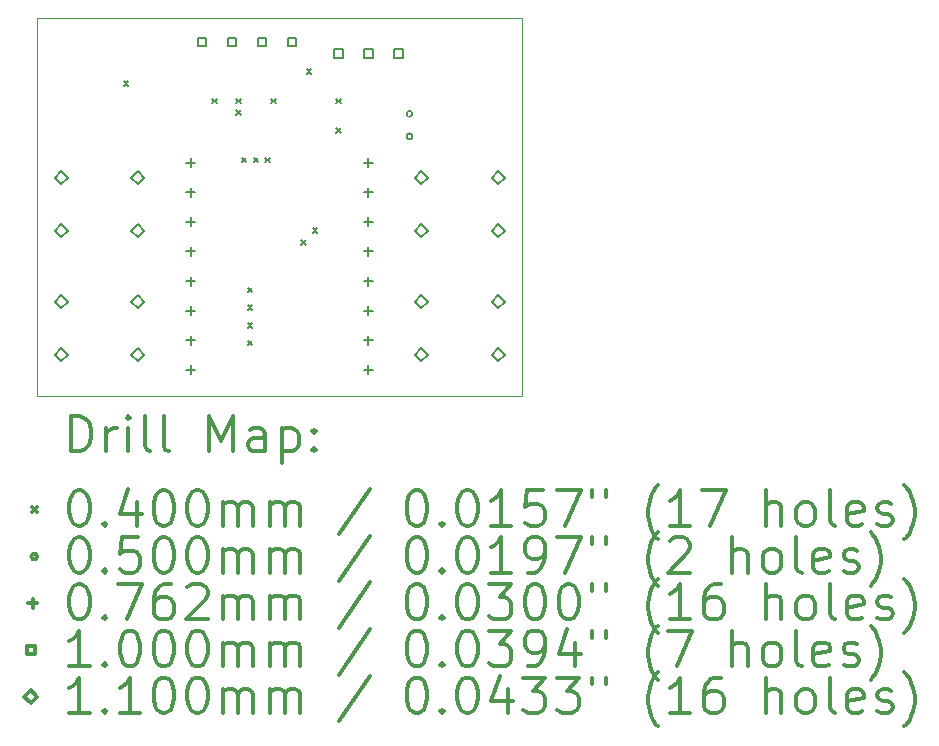
<source format=gbr>
%FSLAX45Y45*%
G04 Gerber Fmt 4.5, Leading zero omitted, Abs format (unit mm)*
G04 Created by KiCad (PCBNEW 5.1.10) date 2021-12-26 14:38:26*
%MOMM*%
%LPD*%
G01*
G04 APERTURE LIST*
%TA.AperFunction,Profile*%
%ADD10C,0.050000*%
%TD*%
%ADD11C,0.200000*%
%ADD12C,0.300000*%
G04 APERTURE END LIST*
D10*
X11800000Y-9300000D02*
X11800000Y-12500000D01*
X15900000Y-9300000D02*
X11800000Y-9300000D01*
X15900000Y-12500000D02*
X15900000Y-9300000D01*
X11800000Y-12500000D02*
X15900000Y-12500000D01*
D11*
X12530000Y-9830000D02*
X12570000Y-9870000D01*
X12570000Y-9830000D02*
X12530000Y-9870000D01*
X13280000Y-9980000D02*
X13320000Y-10020000D01*
X13320000Y-9980000D02*
X13280000Y-10020000D01*
X13480000Y-9980000D02*
X13520000Y-10020000D01*
X13520000Y-9980000D02*
X13480000Y-10020000D01*
X13480000Y-10080000D02*
X13520000Y-10120000D01*
X13520000Y-10080000D02*
X13480000Y-10120000D01*
X13530000Y-10480000D02*
X13570000Y-10520000D01*
X13570000Y-10480000D02*
X13530000Y-10520000D01*
X13580000Y-11580000D02*
X13620000Y-11620000D01*
X13620000Y-11580000D02*
X13580000Y-11620000D01*
X13580000Y-11730000D02*
X13620000Y-11770000D01*
X13620000Y-11730000D02*
X13580000Y-11770000D01*
X13580000Y-11880000D02*
X13620000Y-11920000D01*
X13620000Y-11880000D02*
X13580000Y-11920000D01*
X13580000Y-12030000D02*
X13620000Y-12070000D01*
X13620000Y-12030000D02*
X13580000Y-12070000D01*
X13630000Y-10480000D02*
X13670000Y-10520000D01*
X13670000Y-10480000D02*
X13630000Y-10520000D01*
X13730000Y-10480000D02*
X13770000Y-10520000D01*
X13770000Y-10480000D02*
X13730000Y-10520000D01*
X13780000Y-9980000D02*
X13820000Y-10020000D01*
X13820000Y-9980000D02*
X13780000Y-10020000D01*
X14030000Y-11180000D02*
X14070000Y-11220000D01*
X14070000Y-11180000D02*
X14030000Y-11220000D01*
X14080000Y-9730000D02*
X14120000Y-9770000D01*
X14120000Y-9730000D02*
X14080000Y-9770000D01*
X14130000Y-11080000D02*
X14170000Y-11120000D01*
X14170000Y-11080000D02*
X14130000Y-11120000D01*
X14330000Y-9980000D02*
X14370000Y-10020000D01*
X14370000Y-9980000D02*
X14330000Y-10020000D01*
X14330000Y-10230000D02*
X14370000Y-10270000D01*
X14370000Y-10230000D02*
X14330000Y-10270000D01*
X14975000Y-10110000D02*
G75*
G03*
X14975000Y-10110000I-25000J0D01*
G01*
X14975000Y-10300000D02*
G75*
G03*
X14975000Y-10300000I-25000J0D01*
G01*
X13100000Y-10486900D02*
X13100000Y-10563100D01*
X13061900Y-10525000D02*
X13138100Y-10525000D01*
X13100000Y-10736900D02*
X13100000Y-10813100D01*
X13061900Y-10775000D02*
X13138100Y-10775000D01*
X13100000Y-10986900D02*
X13100000Y-11063100D01*
X13061900Y-11025000D02*
X13138100Y-11025000D01*
X13100000Y-11236900D02*
X13100000Y-11313100D01*
X13061900Y-11275000D02*
X13138100Y-11275000D01*
X13100000Y-11486900D02*
X13100000Y-11563100D01*
X13061900Y-11525000D02*
X13138100Y-11525000D01*
X13100000Y-11736900D02*
X13100000Y-11813100D01*
X13061900Y-11775000D02*
X13138100Y-11775000D01*
X13100000Y-11986900D02*
X13100000Y-12063100D01*
X13061900Y-12025000D02*
X13138100Y-12025000D01*
X13100000Y-12236900D02*
X13100000Y-12313100D01*
X13061900Y-12275000D02*
X13138100Y-12275000D01*
X14600000Y-10486900D02*
X14600000Y-10563100D01*
X14561900Y-10525000D02*
X14638100Y-10525000D01*
X14600000Y-10736900D02*
X14600000Y-10813100D01*
X14561900Y-10775000D02*
X14638100Y-10775000D01*
X14600000Y-10986900D02*
X14600000Y-11063100D01*
X14561900Y-11025000D02*
X14638100Y-11025000D01*
X14600000Y-11236900D02*
X14600000Y-11313100D01*
X14561900Y-11275000D02*
X14638100Y-11275000D01*
X14600000Y-11486900D02*
X14600000Y-11563100D01*
X14561900Y-11525000D02*
X14638100Y-11525000D01*
X14600000Y-11736900D02*
X14600000Y-11813100D01*
X14561900Y-11775000D02*
X14638100Y-11775000D01*
X14600000Y-11986900D02*
X14600000Y-12063100D01*
X14561900Y-12025000D02*
X14638100Y-12025000D01*
X14600000Y-12236900D02*
X14600000Y-12313100D01*
X14561900Y-12275000D02*
X14638100Y-12275000D01*
X13231356Y-9535356D02*
X13231356Y-9464644D01*
X13160644Y-9464644D01*
X13160644Y-9535356D01*
X13231356Y-9535356D01*
X13485356Y-9535356D02*
X13485356Y-9464644D01*
X13414644Y-9464644D01*
X13414644Y-9535356D01*
X13485356Y-9535356D01*
X13739356Y-9535356D02*
X13739356Y-9464644D01*
X13668644Y-9464644D01*
X13668644Y-9535356D01*
X13739356Y-9535356D01*
X13993356Y-9535356D02*
X13993356Y-9464644D01*
X13922644Y-9464644D01*
X13922644Y-9535356D01*
X13993356Y-9535356D01*
X14385356Y-9635356D02*
X14385356Y-9564644D01*
X14314644Y-9564644D01*
X14314644Y-9635356D01*
X14385356Y-9635356D01*
X14639356Y-9635356D02*
X14639356Y-9564644D01*
X14568644Y-9564644D01*
X14568644Y-9635356D01*
X14639356Y-9635356D01*
X14893356Y-9635356D02*
X14893356Y-9564644D01*
X14822644Y-9564644D01*
X14822644Y-9635356D01*
X14893356Y-9635356D01*
X12000000Y-10705000D02*
X12055000Y-10650000D01*
X12000000Y-10595000D01*
X11945000Y-10650000D01*
X12000000Y-10705000D01*
X12000000Y-11155000D02*
X12055000Y-11100000D01*
X12000000Y-11045000D01*
X11945000Y-11100000D01*
X12000000Y-11155000D01*
X12000000Y-11755000D02*
X12055000Y-11700000D01*
X12000000Y-11645000D01*
X11945000Y-11700000D01*
X12000000Y-11755000D01*
X12000000Y-12205000D02*
X12055000Y-12150000D01*
X12000000Y-12095000D01*
X11945000Y-12150000D01*
X12000000Y-12205000D01*
X12650000Y-10705000D02*
X12705000Y-10650000D01*
X12650000Y-10595000D01*
X12595000Y-10650000D01*
X12650000Y-10705000D01*
X12650000Y-11155000D02*
X12705000Y-11100000D01*
X12650000Y-11045000D01*
X12595000Y-11100000D01*
X12650000Y-11155000D01*
X12650000Y-11755000D02*
X12705000Y-11700000D01*
X12650000Y-11645000D01*
X12595000Y-11700000D01*
X12650000Y-11755000D01*
X12650000Y-12205000D02*
X12705000Y-12150000D01*
X12650000Y-12095000D01*
X12595000Y-12150000D01*
X12650000Y-12205000D01*
X15050000Y-10705000D02*
X15105000Y-10650000D01*
X15050000Y-10595000D01*
X14995000Y-10650000D01*
X15050000Y-10705000D01*
X15050000Y-11155000D02*
X15105000Y-11100000D01*
X15050000Y-11045000D01*
X14995000Y-11100000D01*
X15050000Y-11155000D01*
X15050000Y-11755000D02*
X15105000Y-11700000D01*
X15050000Y-11645000D01*
X14995000Y-11700000D01*
X15050000Y-11755000D01*
X15050000Y-12205000D02*
X15105000Y-12150000D01*
X15050000Y-12095000D01*
X14995000Y-12150000D01*
X15050000Y-12205000D01*
X15700000Y-10705000D02*
X15755000Y-10650000D01*
X15700000Y-10595000D01*
X15645000Y-10650000D01*
X15700000Y-10705000D01*
X15700000Y-11155000D02*
X15755000Y-11100000D01*
X15700000Y-11045000D01*
X15645000Y-11100000D01*
X15700000Y-11155000D01*
X15700000Y-11755000D02*
X15755000Y-11700000D01*
X15700000Y-11645000D01*
X15645000Y-11700000D01*
X15700000Y-11755000D01*
X15700000Y-12205000D02*
X15755000Y-12150000D01*
X15700000Y-12095000D01*
X15645000Y-12150000D01*
X15700000Y-12205000D01*
D12*
X12083928Y-12968214D02*
X12083928Y-12668214D01*
X12155357Y-12668214D01*
X12198214Y-12682500D01*
X12226786Y-12711071D01*
X12241071Y-12739643D01*
X12255357Y-12796786D01*
X12255357Y-12839643D01*
X12241071Y-12896786D01*
X12226786Y-12925357D01*
X12198214Y-12953929D01*
X12155357Y-12968214D01*
X12083928Y-12968214D01*
X12383928Y-12968214D02*
X12383928Y-12768214D01*
X12383928Y-12825357D02*
X12398214Y-12796786D01*
X12412500Y-12782500D01*
X12441071Y-12768214D01*
X12469643Y-12768214D01*
X12569643Y-12968214D02*
X12569643Y-12768214D01*
X12569643Y-12668214D02*
X12555357Y-12682500D01*
X12569643Y-12696786D01*
X12583928Y-12682500D01*
X12569643Y-12668214D01*
X12569643Y-12696786D01*
X12755357Y-12968214D02*
X12726786Y-12953929D01*
X12712500Y-12925357D01*
X12712500Y-12668214D01*
X12912500Y-12968214D02*
X12883928Y-12953929D01*
X12869643Y-12925357D01*
X12869643Y-12668214D01*
X13255357Y-12968214D02*
X13255357Y-12668214D01*
X13355357Y-12882500D01*
X13455357Y-12668214D01*
X13455357Y-12968214D01*
X13726786Y-12968214D02*
X13726786Y-12811071D01*
X13712500Y-12782500D01*
X13683928Y-12768214D01*
X13626786Y-12768214D01*
X13598214Y-12782500D01*
X13726786Y-12953929D02*
X13698214Y-12968214D01*
X13626786Y-12968214D01*
X13598214Y-12953929D01*
X13583928Y-12925357D01*
X13583928Y-12896786D01*
X13598214Y-12868214D01*
X13626786Y-12853929D01*
X13698214Y-12853929D01*
X13726786Y-12839643D01*
X13869643Y-12768214D02*
X13869643Y-13068214D01*
X13869643Y-12782500D02*
X13898214Y-12768214D01*
X13955357Y-12768214D01*
X13983928Y-12782500D01*
X13998214Y-12796786D01*
X14012500Y-12825357D01*
X14012500Y-12911071D01*
X13998214Y-12939643D01*
X13983928Y-12953929D01*
X13955357Y-12968214D01*
X13898214Y-12968214D01*
X13869643Y-12953929D01*
X14141071Y-12939643D02*
X14155357Y-12953929D01*
X14141071Y-12968214D01*
X14126786Y-12953929D01*
X14141071Y-12939643D01*
X14141071Y-12968214D01*
X14141071Y-12782500D02*
X14155357Y-12796786D01*
X14141071Y-12811071D01*
X14126786Y-12796786D01*
X14141071Y-12782500D01*
X14141071Y-12811071D01*
X11757500Y-13442500D02*
X11797500Y-13482500D01*
X11797500Y-13442500D02*
X11757500Y-13482500D01*
X12141071Y-13298214D02*
X12169643Y-13298214D01*
X12198214Y-13312500D01*
X12212500Y-13326786D01*
X12226786Y-13355357D01*
X12241071Y-13412500D01*
X12241071Y-13483929D01*
X12226786Y-13541071D01*
X12212500Y-13569643D01*
X12198214Y-13583929D01*
X12169643Y-13598214D01*
X12141071Y-13598214D01*
X12112500Y-13583929D01*
X12098214Y-13569643D01*
X12083928Y-13541071D01*
X12069643Y-13483929D01*
X12069643Y-13412500D01*
X12083928Y-13355357D01*
X12098214Y-13326786D01*
X12112500Y-13312500D01*
X12141071Y-13298214D01*
X12369643Y-13569643D02*
X12383928Y-13583929D01*
X12369643Y-13598214D01*
X12355357Y-13583929D01*
X12369643Y-13569643D01*
X12369643Y-13598214D01*
X12641071Y-13398214D02*
X12641071Y-13598214D01*
X12569643Y-13283929D02*
X12498214Y-13498214D01*
X12683928Y-13498214D01*
X12855357Y-13298214D02*
X12883928Y-13298214D01*
X12912500Y-13312500D01*
X12926786Y-13326786D01*
X12941071Y-13355357D01*
X12955357Y-13412500D01*
X12955357Y-13483929D01*
X12941071Y-13541071D01*
X12926786Y-13569643D01*
X12912500Y-13583929D01*
X12883928Y-13598214D01*
X12855357Y-13598214D01*
X12826786Y-13583929D01*
X12812500Y-13569643D01*
X12798214Y-13541071D01*
X12783928Y-13483929D01*
X12783928Y-13412500D01*
X12798214Y-13355357D01*
X12812500Y-13326786D01*
X12826786Y-13312500D01*
X12855357Y-13298214D01*
X13141071Y-13298214D02*
X13169643Y-13298214D01*
X13198214Y-13312500D01*
X13212500Y-13326786D01*
X13226786Y-13355357D01*
X13241071Y-13412500D01*
X13241071Y-13483929D01*
X13226786Y-13541071D01*
X13212500Y-13569643D01*
X13198214Y-13583929D01*
X13169643Y-13598214D01*
X13141071Y-13598214D01*
X13112500Y-13583929D01*
X13098214Y-13569643D01*
X13083928Y-13541071D01*
X13069643Y-13483929D01*
X13069643Y-13412500D01*
X13083928Y-13355357D01*
X13098214Y-13326786D01*
X13112500Y-13312500D01*
X13141071Y-13298214D01*
X13369643Y-13598214D02*
X13369643Y-13398214D01*
X13369643Y-13426786D02*
X13383928Y-13412500D01*
X13412500Y-13398214D01*
X13455357Y-13398214D01*
X13483928Y-13412500D01*
X13498214Y-13441071D01*
X13498214Y-13598214D01*
X13498214Y-13441071D02*
X13512500Y-13412500D01*
X13541071Y-13398214D01*
X13583928Y-13398214D01*
X13612500Y-13412500D01*
X13626786Y-13441071D01*
X13626786Y-13598214D01*
X13769643Y-13598214D02*
X13769643Y-13398214D01*
X13769643Y-13426786D02*
X13783928Y-13412500D01*
X13812500Y-13398214D01*
X13855357Y-13398214D01*
X13883928Y-13412500D01*
X13898214Y-13441071D01*
X13898214Y-13598214D01*
X13898214Y-13441071D02*
X13912500Y-13412500D01*
X13941071Y-13398214D01*
X13983928Y-13398214D01*
X14012500Y-13412500D01*
X14026786Y-13441071D01*
X14026786Y-13598214D01*
X14612500Y-13283929D02*
X14355357Y-13669643D01*
X14998214Y-13298214D02*
X15026786Y-13298214D01*
X15055357Y-13312500D01*
X15069643Y-13326786D01*
X15083928Y-13355357D01*
X15098214Y-13412500D01*
X15098214Y-13483929D01*
X15083928Y-13541071D01*
X15069643Y-13569643D01*
X15055357Y-13583929D01*
X15026786Y-13598214D01*
X14998214Y-13598214D01*
X14969643Y-13583929D01*
X14955357Y-13569643D01*
X14941071Y-13541071D01*
X14926786Y-13483929D01*
X14926786Y-13412500D01*
X14941071Y-13355357D01*
X14955357Y-13326786D01*
X14969643Y-13312500D01*
X14998214Y-13298214D01*
X15226786Y-13569643D02*
X15241071Y-13583929D01*
X15226786Y-13598214D01*
X15212500Y-13583929D01*
X15226786Y-13569643D01*
X15226786Y-13598214D01*
X15426786Y-13298214D02*
X15455357Y-13298214D01*
X15483928Y-13312500D01*
X15498214Y-13326786D01*
X15512500Y-13355357D01*
X15526786Y-13412500D01*
X15526786Y-13483929D01*
X15512500Y-13541071D01*
X15498214Y-13569643D01*
X15483928Y-13583929D01*
X15455357Y-13598214D01*
X15426786Y-13598214D01*
X15398214Y-13583929D01*
X15383928Y-13569643D01*
X15369643Y-13541071D01*
X15355357Y-13483929D01*
X15355357Y-13412500D01*
X15369643Y-13355357D01*
X15383928Y-13326786D01*
X15398214Y-13312500D01*
X15426786Y-13298214D01*
X15812500Y-13598214D02*
X15641071Y-13598214D01*
X15726786Y-13598214D02*
X15726786Y-13298214D01*
X15698214Y-13341071D01*
X15669643Y-13369643D01*
X15641071Y-13383929D01*
X16083928Y-13298214D02*
X15941071Y-13298214D01*
X15926786Y-13441071D01*
X15941071Y-13426786D01*
X15969643Y-13412500D01*
X16041071Y-13412500D01*
X16069643Y-13426786D01*
X16083928Y-13441071D01*
X16098214Y-13469643D01*
X16098214Y-13541071D01*
X16083928Y-13569643D01*
X16069643Y-13583929D01*
X16041071Y-13598214D01*
X15969643Y-13598214D01*
X15941071Y-13583929D01*
X15926786Y-13569643D01*
X16198214Y-13298214D02*
X16398214Y-13298214D01*
X16269643Y-13598214D01*
X16498214Y-13298214D02*
X16498214Y-13355357D01*
X16612500Y-13298214D02*
X16612500Y-13355357D01*
X17055357Y-13712500D02*
X17041071Y-13698214D01*
X17012500Y-13655357D01*
X16998214Y-13626786D01*
X16983928Y-13583929D01*
X16969643Y-13512500D01*
X16969643Y-13455357D01*
X16983928Y-13383929D01*
X16998214Y-13341071D01*
X17012500Y-13312500D01*
X17041071Y-13269643D01*
X17055357Y-13255357D01*
X17326786Y-13598214D02*
X17155357Y-13598214D01*
X17241071Y-13598214D02*
X17241071Y-13298214D01*
X17212500Y-13341071D01*
X17183928Y-13369643D01*
X17155357Y-13383929D01*
X17426786Y-13298214D02*
X17626786Y-13298214D01*
X17498214Y-13598214D01*
X17969643Y-13598214D02*
X17969643Y-13298214D01*
X18098214Y-13598214D02*
X18098214Y-13441071D01*
X18083928Y-13412500D01*
X18055357Y-13398214D01*
X18012500Y-13398214D01*
X17983928Y-13412500D01*
X17969643Y-13426786D01*
X18283928Y-13598214D02*
X18255357Y-13583929D01*
X18241071Y-13569643D01*
X18226786Y-13541071D01*
X18226786Y-13455357D01*
X18241071Y-13426786D01*
X18255357Y-13412500D01*
X18283928Y-13398214D01*
X18326786Y-13398214D01*
X18355357Y-13412500D01*
X18369643Y-13426786D01*
X18383928Y-13455357D01*
X18383928Y-13541071D01*
X18369643Y-13569643D01*
X18355357Y-13583929D01*
X18326786Y-13598214D01*
X18283928Y-13598214D01*
X18555357Y-13598214D02*
X18526786Y-13583929D01*
X18512500Y-13555357D01*
X18512500Y-13298214D01*
X18783928Y-13583929D02*
X18755357Y-13598214D01*
X18698214Y-13598214D01*
X18669643Y-13583929D01*
X18655357Y-13555357D01*
X18655357Y-13441071D01*
X18669643Y-13412500D01*
X18698214Y-13398214D01*
X18755357Y-13398214D01*
X18783928Y-13412500D01*
X18798214Y-13441071D01*
X18798214Y-13469643D01*
X18655357Y-13498214D01*
X18912500Y-13583929D02*
X18941071Y-13598214D01*
X18998214Y-13598214D01*
X19026786Y-13583929D01*
X19041071Y-13555357D01*
X19041071Y-13541071D01*
X19026786Y-13512500D01*
X18998214Y-13498214D01*
X18955357Y-13498214D01*
X18926786Y-13483929D01*
X18912500Y-13455357D01*
X18912500Y-13441071D01*
X18926786Y-13412500D01*
X18955357Y-13398214D01*
X18998214Y-13398214D01*
X19026786Y-13412500D01*
X19141071Y-13712500D02*
X19155357Y-13698214D01*
X19183928Y-13655357D01*
X19198214Y-13626786D01*
X19212500Y-13583929D01*
X19226786Y-13512500D01*
X19226786Y-13455357D01*
X19212500Y-13383929D01*
X19198214Y-13341071D01*
X19183928Y-13312500D01*
X19155357Y-13269643D01*
X19141071Y-13255357D01*
X11797500Y-13858500D02*
G75*
G03*
X11797500Y-13858500I-25000J0D01*
G01*
X12141071Y-13694214D02*
X12169643Y-13694214D01*
X12198214Y-13708500D01*
X12212500Y-13722786D01*
X12226786Y-13751357D01*
X12241071Y-13808500D01*
X12241071Y-13879929D01*
X12226786Y-13937071D01*
X12212500Y-13965643D01*
X12198214Y-13979929D01*
X12169643Y-13994214D01*
X12141071Y-13994214D01*
X12112500Y-13979929D01*
X12098214Y-13965643D01*
X12083928Y-13937071D01*
X12069643Y-13879929D01*
X12069643Y-13808500D01*
X12083928Y-13751357D01*
X12098214Y-13722786D01*
X12112500Y-13708500D01*
X12141071Y-13694214D01*
X12369643Y-13965643D02*
X12383928Y-13979929D01*
X12369643Y-13994214D01*
X12355357Y-13979929D01*
X12369643Y-13965643D01*
X12369643Y-13994214D01*
X12655357Y-13694214D02*
X12512500Y-13694214D01*
X12498214Y-13837071D01*
X12512500Y-13822786D01*
X12541071Y-13808500D01*
X12612500Y-13808500D01*
X12641071Y-13822786D01*
X12655357Y-13837071D01*
X12669643Y-13865643D01*
X12669643Y-13937071D01*
X12655357Y-13965643D01*
X12641071Y-13979929D01*
X12612500Y-13994214D01*
X12541071Y-13994214D01*
X12512500Y-13979929D01*
X12498214Y-13965643D01*
X12855357Y-13694214D02*
X12883928Y-13694214D01*
X12912500Y-13708500D01*
X12926786Y-13722786D01*
X12941071Y-13751357D01*
X12955357Y-13808500D01*
X12955357Y-13879929D01*
X12941071Y-13937071D01*
X12926786Y-13965643D01*
X12912500Y-13979929D01*
X12883928Y-13994214D01*
X12855357Y-13994214D01*
X12826786Y-13979929D01*
X12812500Y-13965643D01*
X12798214Y-13937071D01*
X12783928Y-13879929D01*
X12783928Y-13808500D01*
X12798214Y-13751357D01*
X12812500Y-13722786D01*
X12826786Y-13708500D01*
X12855357Y-13694214D01*
X13141071Y-13694214D02*
X13169643Y-13694214D01*
X13198214Y-13708500D01*
X13212500Y-13722786D01*
X13226786Y-13751357D01*
X13241071Y-13808500D01*
X13241071Y-13879929D01*
X13226786Y-13937071D01*
X13212500Y-13965643D01*
X13198214Y-13979929D01*
X13169643Y-13994214D01*
X13141071Y-13994214D01*
X13112500Y-13979929D01*
X13098214Y-13965643D01*
X13083928Y-13937071D01*
X13069643Y-13879929D01*
X13069643Y-13808500D01*
X13083928Y-13751357D01*
X13098214Y-13722786D01*
X13112500Y-13708500D01*
X13141071Y-13694214D01*
X13369643Y-13994214D02*
X13369643Y-13794214D01*
X13369643Y-13822786D02*
X13383928Y-13808500D01*
X13412500Y-13794214D01*
X13455357Y-13794214D01*
X13483928Y-13808500D01*
X13498214Y-13837071D01*
X13498214Y-13994214D01*
X13498214Y-13837071D02*
X13512500Y-13808500D01*
X13541071Y-13794214D01*
X13583928Y-13794214D01*
X13612500Y-13808500D01*
X13626786Y-13837071D01*
X13626786Y-13994214D01*
X13769643Y-13994214D02*
X13769643Y-13794214D01*
X13769643Y-13822786D02*
X13783928Y-13808500D01*
X13812500Y-13794214D01*
X13855357Y-13794214D01*
X13883928Y-13808500D01*
X13898214Y-13837071D01*
X13898214Y-13994214D01*
X13898214Y-13837071D02*
X13912500Y-13808500D01*
X13941071Y-13794214D01*
X13983928Y-13794214D01*
X14012500Y-13808500D01*
X14026786Y-13837071D01*
X14026786Y-13994214D01*
X14612500Y-13679929D02*
X14355357Y-14065643D01*
X14998214Y-13694214D02*
X15026786Y-13694214D01*
X15055357Y-13708500D01*
X15069643Y-13722786D01*
X15083928Y-13751357D01*
X15098214Y-13808500D01*
X15098214Y-13879929D01*
X15083928Y-13937071D01*
X15069643Y-13965643D01*
X15055357Y-13979929D01*
X15026786Y-13994214D01*
X14998214Y-13994214D01*
X14969643Y-13979929D01*
X14955357Y-13965643D01*
X14941071Y-13937071D01*
X14926786Y-13879929D01*
X14926786Y-13808500D01*
X14941071Y-13751357D01*
X14955357Y-13722786D01*
X14969643Y-13708500D01*
X14998214Y-13694214D01*
X15226786Y-13965643D02*
X15241071Y-13979929D01*
X15226786Y-13994214D01*
X15212500Y-13979929D01*
X15226786Y-13965643D01*
X15226786Y-13994214D01*
X15426786Y-13694214D02*
X15455357Y-13694214D01*
X15483928Y-13708500D01*
X15498214Y-13722786D01*
X15512500Y-13751357D01*
X15526786Y-13808500D01*
X15526786Y-13879929D01*
X15512500Y-13937071D01*
X15498214Y-13965643D01*
X15483928Y-13979929D01*
X15455357Y-13994214D01*
X15426786Y-13994214D01*
X15398214Y-13979929D01*
X15383928Y-13965643D01*
X15369643Y-13937071D01*
X15355357Y-13879929D01*
X15355357Y-13808500D01*
X15369643Y-13751357D01*
X15383928Y-13722786D01*
X15398214Y-13708500D01*
X15426786Y-13694214D01*
X15812500Y-13994214D02*
X15641071Y-13994214D01*
X15726786Y-13994214D02*
X15726786Y-13694214D01*
X15698214Y-13737071D01*
X15669643Y-13765643D01*
X15641071Y-13779929D01*
X15955357Y-13994214D02*
X16012500Y-13994214D01*
X16041071Y-13979929D01*
X16055357Y-13965643D01*
X16083928Y-13922786D01*
X16098214Y-13865643D01*
X16098214Y-13751357D01*
X16083928Y-13722786D01*
X16069643Y-13708500D01*
X16041071Y-13694214D01*
X15983928Y-13694214D01*
X15955357Y-13708500D01*
X15941071Y-13722786D01*
X15926786Y-13751357D01*
X15926786Y-13822786D01*
X15941071Y-13851357D01*
X15955357Y-13865643D01*
X15983928Y-13879929D01*
X16041071Y-13879929D01*
X16069643Y-13865643D01*
X16083928Y-13851357D01*
X16098214Y-13822786D01*
X16198214Y-13694214D02*
X16398214Y-13694214D01*
X16269643Y-13994214D01*
X16498214Y-13694214D02*
X16498214Y-13751357D01*
X16612500Y-13694214D02*
X16612500Y-13751357D01*
X17055357Y-14108500D02*
X17041071Y-14094214D01*
X17012500Y-14051357D01*
X16998214Y-14022786D01*
X16983928Y-13979929D01*
X16969643Y-13908500D01*
X16969643Y-13851357D01*
X16983928Y-13779929D01*
X16998214Y-13737071D01*
X17012500Y-13708500D01*
X17041071Y-13665643D01*
X17055357Y-13651357D01*
X17155357Y-13722786D02*
X17169643Y-13708500D01*
X17198214Y-13694214D01*
X17269643Y-13694214D01*
X17298214Y-13708500D01*
X17312500Y-13722786D01*
X17326786Y-13751357D01*
X17326786Y-13779929D01*
X17312500Y-13822786D01*
X17141071Y-13994214D01*
X17326786Y-13994214D01*
X17683928Y-13994214D02*
X17683928Y-13694214D01*
X17812500Y-13994214D02*
X17812500Y-13837071D01*
X17798214Y-13808500D01*
X17769643Y-13794214D01*
X17726786Y-13794214D01*
X17698214Y-13808500D01*
X17683928Y-13822786D01*
X17998214Y-13994214D02*
X17969643Y-13979929D01*
X17955357Y-13965643D01*
X17941071Y-13937071D01*
X17941071Y-13851357D01*
X17955357Y-13822786D01*
X17969643Y-13808500D01*
X17998214Y-13794214D01*
X18041071Y-13794214D01*
X18069643Y-13808500D01*
X18083928Y-13822786D01*
X18098214Y-13851357D01*
X18098214Y-13937071D01*
X18083928Y-13965643D01*
X18069643Y-13979929D01*
X18041071Y-13994214D01*
X17998214Y-13994214D01*
X18269643Y-13994214D02*
X18241071Y-13979929D01*
X18226786Y-13951357D01*
X18226786Y-13694214D01*
X18498214Y-13979929D02*
X18469643Y-13994214D01*
X18412500Y-13994214D01*
X18383928Y-13979929D01*
X18369643Y-13951357D01*
X18369643Y-13837071D01*
X18383928Y-13808500D01*
X18412500Y-13794214D01*
X18469643Y-13794214D01*
X18498214Y-13808500D01*
X18512500Y-13837071D01*
X18512500Y-13865643D01*
X18369643Y-13894214D01*
X18626786Y-13979929D02*
X18655357Y-13994214D01*
X18712500Y-13994214D01*
X18741071Y-13979929D01*
X18755357Y-13951357D01*
X18755357Y-13937071D01*
X18741071Y-13908500D01*
X18712500Y-13894214D01*
X18669643Y-13894214D01*
X18641071Y-13879929D01*
X18626786Y-13851357D01*
X18626786Y-13837071D01*
X18641071Y-13808500D01*
X18669643Y-13794214D01*
X18712500Y-13794214D01*
X18741071Y-13808500D01*
X18855357Y-14108500D02*
X18869643Y-14094214D01*
X18898214Y-14051357D01*
X18912500Y-14022786D01*
X18926786Y-13979929D01*
X18941071Y-13908500D01*
X18941071Y-13851357D01*
X18926786Y-13779929D01*
X18912500Y-13737071D01*
X18898214Y-13708500D01*
X18869643Y-13665643D01*
X18855357Y-13651357D01*
X11759400Y-14216400D02*
X11759400Y-14292600D01*
X11721300Y-14254500D02*
X11797500Y-14254500D01*
X12141071Y-14090214D02*
X12169643Y-14090214D01*
X12198214Y-14104500D01*
X12212500Y-14118786D01*
X12226786Y-14147357D01*
X12241071Y-14204500D01*
X12241071Y-14275929D01*
X12226786Y-14333071D01*
X12212500Y-14361643D01*
X12198214Y-14375929D01*
X12169643Y-14390214D01*
X12141071Y-14390214D01*
X12112500Y-14375929D01*
X12098214Y-14361643D01*
X12083928Y-14333071D01*
X12069643Y-14275929D01*
X12069643Y-14204500D01*
X12083928Y-14147357D01*
X12098214Y-14118786D01*
X12112500Y-14104500D01*
X12141071Y-14090214D01*
X12369643Y-14361643D02*
X12383928Y-14375929D01*
X12369643Y-14390214D01*
X12355357Y-14375929D01*
X12369643Y-14361643D01*
X12369643Y-14390214D01*
X12483928Y-14090214D02*
X12683928Y-14090214D01*
X12555357Y-14390214D01*
X12926786Y-14090214D02*
X12869643Y-14090214D01*
X12841071Y-14104500D01*
X12826786Y-14118786D01*
X12798214Y-14161643D01*
X12783928Y-14218786D01*
X12783928Y-14333071D01*
X12798214Y-14361643D01*
X12812500Y-14375929D01*
X12841071Y-14390214D01*
X12898214Y-14390214D01*
X12926786Y-14375929D01*
X12941071Y-14361643D01*
X12955357Y-14333071D01*
X12955357Y-14261643D01*
X12941071Y-14233071D01*
X12926786Y-14218786D01*
X12898214Y-14204500D01*
X12841071Y-14204500D01*
X12812500Y-14218786D01*
X12798214Y-14233071D01*
X12783928Y-14261643D01*
X13069643Y-14118786D02*
X13083928Y-14104500D01*
X13112500Y-14090214D01*
X13183928Y-14090214D01*
X13212500Y-14104500D01*
X13226786Y-14118786D01*
X13241071Y-14147357D01*
X13241071Y-14175929D01*
X13226786Y-14218786D01*
X13055357Y-14390214D01*
X13241071Y-14390214D01*
X13369643Y-14390214D02*
X13369643Y-14190214D01*
X13369643Y-14218786D02*
X13383928Y-14204500D01*
X13412500Y-14190214D01*
X13455357Y-14190214D01*
X13483928Y-14204500D01*
X13498214Y-14233071D01*
X13498214Y-14390214D01*
X13498214Y-14233071D02*
X13512500Y-14204500D01*
X13541071Y-14190214D01*
X13583928Y-14190214D01*
X13612500Y-14204500D01*
X13626786Y-14233071D01*
X13626786Y-14390214D01*
X13769643Y-14390214D02*
X13769643Y-14190214D01*
X13769643Y-14218786D02*
X13783928Y-14204500D01*
X13812500Y-14190214D01*
X13855357Y-14190214D01*
X13883928Y-14204500D01*
X13898214Y-14233071D01*
X13898214Y-14390214D01*
X13898214Y-14233071D02*
X13912500Y-14204500D01*
X13941071Y-14190214D01*
X13983928Y-14190214D01*
X14012500Y-14204500D01*
X14026786Y-14233071D01*
X14026786Y-14390214D01*
X14612500Y-14075929D02*
X14355357Y-14461643D01*
X14998214Y-14090214D02*
X15026786Y-14090214D01*
X15055357Y-14104500D01*
X15069643Y-14118786D01*
X15083928Y-14147357D01*
X15098214Y-14204500D01*
X15098214Y-14275929D01*
X15083928Y-14333071D01*
X15069643Y-14361643D01*
X15055357Y-14375929D01*
X15026786Y-14390214D01*
X14998214Y-14390214D01*
X14969643Y-14375929D01*
X14955357Y-14361643D01*
X14941071Y-14333071D01*
X14926786Y-14275929D01*
X14926786Y-14204500D01*
X14941071Y-14147357D01*
X14955357Y-14118786D01*
X14969643Y-14104500D01*
X14998214Y-14090214D01*
X15226786Y-14361643D02*
X15241071Y-14375929D01*
X15226786Y-14390214D01*
X15212500Y-14375929D01*
X15226786Y-14361643D01*
X15226786Y-14390214D01*
X15426786Y-14090214D02*
X15455357Y-14090214D01*
X15483928Y-14104500D01*
X15498214Y-14118786D01*
X15512500Y-14147357D01*
X15526786Y-14204500D01*
X15526786Y-14275929D01*
X15512500Y-14333071D01*
X15498214Y-14361643D01*
X15483928Y-14375929D01*
X15455357Y-14390214D01*
X15426786Y-14390214D01*
X15398214Y-14375929D01*
X15383928Y-14361643D01*
X15369643Y-14333071D01*
X15355357Y-14275929D01*
X15355357Y-14204500D01*
X15369643Y-14147357D01*
X15383928Y-14118786D01*
X15398214Y-14104500D01*
X15426786Y-14090214D01*
X15626786Y-14090214D02*
X15812500Y-14090214D01*
X15712500Y-14204500D01*
X15755357Y-14204500D01*
X15783928Y-14218786D01*
X15798214Y-14233071D01*
X15812500Y-14261643D01*
X15812500Y-14333071D01*
X15798214Y-14361643D01*
X15783928Y-14375929D01*
X15755357Y-14390214D01*
X15669643Y-14390214D01*
X15641071Y-14375929D01*
X15626786Y-14361643D01*
X15998214Y-14090214D02*
X16026786Y-14090214D01*
X16055357Y-14104500D01*
X16069643Y-14118786D01*
X16083928Y-14147357D01*
X16098214Y-14204500D01*
X16098214Y-14275929D01*
X16083928Y-14333071D01*
X16069643Y-14361643D01*
X16055357Y-14375929D01*
X16026786Y-14390214D01*
X15998214Y-14390214D01*
X15969643Y-14375929D01*
X15955357Y-14361643D01*
X15941071Y-14333071D01*
X15926786Y-14275929D01*
X15926786Y-14204500D01*
X15941071Y-14147357D01*
X15955357Y-14118786D01*
X15969643Y-14104500D01*
X15998214Y-14090214D01*
X16283928Y-14090214D02*
X16312500Y-14090214D01*
X16341071Y-14104500D01*
X16355357Y-14118786D01*
X16369643Y-14147357D01*
X16383928Y-14204500D01*
X16383928Y-14275929D01*
X16369643Y-14333071D01*
X16355357Y-14361643D01*
X16341071Y-14375929D01*
X16312500Y-14390214D01*
X16283928Y-14390214D01*
X16255357Y-14375929D01*
X16241071Y-14361643D01*
X16226786Y-14333071D01*
X16212500Y-14275929D01*
X16212500Y-14204500D01*
X16226786Y-14147357D01*
X16241071Y-14118786D01*
X16255357Y-14104500D01*
X16283928Y-14090214D01*
X16498214Y-14090214D02*
X16498214Y-14147357D01*
X16612500Y-14090214D02*
X16612500Y-14147357D01*
X17055357Y-14504500D02*
X17041071Y-14490214D01*
X17012500Y-14447357D01*
X16998214Y-14418786D01*
X16983928Y-14375929D01*
X16969643Y-14304500D01*
X16969643Y-14247357D01*
X16983928Y-14175929D01*
X16998214Y-14133071D01*
X17012500Y-14104500D01*
X17041071Y-14061643D01*
X17055357Y-14047357D01*
X17326786Y-14390214D02*
X17155357Y-14390214D01*
X17241071Y-14390214D02*
X17241071Y-14090214D01*
X17212500Y-14133071D01*
X17183928Y-14161643D01*
X17155357Y-14175929D01*
X17583928Y-14090214D02*
X17526786Y-14090214D01*
X17498214Y-14104500D01*
X17483928Y-14118786D01*
X17455357Y-14161643D01*
X17441071Y-14218786D01*
X17441071Y-14333071D01*
X17455357Y-14361643D01*
X17469643Y-14375929D01*
X17498214Y-14390214D01*
X17555357Y-14390214D01*
X17583928Y-14375929D01*
X17598214Y-14361643D01*
X17612500Y-14333071D01*
X17612500Y-14261643D01*
X17598214Y-14233071D01*
X17583928Y-14218786D01*
X17555357Y-14204500D01*
X17498214Y-14204500D01*
X17469643Y-14218786D01*
X17455357Y-14233071D01*
X17441071Y-14261643D01*
X17969643Y-14390214D02*
X17969643Y-14090214D01*
X18098214Y-14390214D02*
X18098214Y-14233071D01*
X18083928Y-14204500D01*
X18055357Y-14190214D01*
X18012500Y-14190214D01*
X17983928Y-14204500D01*
X17969643Y-14218786D01*
X18283928Y-14390214D02*
X18255357Y-14375929D01*
X18241071Y-14361643D01*
X18226786Y-14333071D01*
X18226786Y-14247357D01*
X18241071Y-14218786D01*
X18255357Y-14204500D01*
X18283928Y-14190214D01*
X18326786Y-14190214D01*
X18355357Y-14204500D01*
X18369643Y-14218786D01*
X18383928Y-14247357D01*
X18383928Y-14333071D01*
X18369643Y-14361643D01*
X18355357Y-14375929D01*
X18326786Y-14390214D01*
X18283928Y-14390214D01*
X18555357Y-14390214D02*
X18526786Y-14375929D01*
X18512500Y-14347357D01*
X18512500Y-14090214D01*
X18783928Y-14375929D02*
X18755357Y-14390214D01*
X18698214Y-14390214D01*
X18669643Y-14375929D01*
X18655357Y-14347357D01*
X18655357Y-14233071D01*
X18669643Y-14204500D01*
X18698214Y-14190214D01*
X18755357Y-14190214D01*
X18783928Y-14204500D01*
X18798214Y-14233071D01*
X18798214Y-14261643D01*
X18655357Y-14290214D01*
X18912500Y-14375929D02*
X18941071Y-14390214D01*
X18998214Y-14390214D01*
X19026786Y-14375929D01*
X19041071Y-14347357D01*
X19041071Y-14333071D01*
X19026786Y-14304500D01*
X18998214Y-14290214D01*
X18955357Y-14290214D01*
X18926786Y-14275929D01*
X18912500Y-14247357D01*
X18912500Y-14233071D01*
X18926786Y-14204500D01*
X18955357Y-14190214D01*
X18998214Y-14190214D01*
X19026786Y-14204500D01*
X19141071Y-14504500D02*
X19155357Y-14490214D01*
X19183928Y-14447357D01*
X19198214Y-14418786D01*
X19212500Y-14375929D01*
X19226786Y-14304500D01*
X19226786Y-14247357D01*
X19212500Y-14175929D01*
X19198214Y-14133071D01*
X19183928Y-14104500D01*
X19155357Y-14061643D01*
X19141071Y-14047357D01*
X11782856Y-14685856D02*
X11782856Y-14615144D01*
X11712144Y-14615144D01*
X11712144Y-14685856D01*
X11782856Y-14685856D01*
X12241071Y-14786214D02*
X12069643Y-14786214D01*
X12155357Y-14786214D02*
X12155357Y-14486214D01*
X12126786Y-14529071D01*
X12098214Y-14557643D01*
X12069643Y-14571929D01*
X12369643Y-14757643D02*
X12383928Y-14771929D01*
X12369643Y-14786214D01*
X12355357Y-14771929D01*
X12369643Y-14757643D01*
X12369643Y-14786214D01*
X12569643Y-14486214D02*
X12598214Y-14486214D01*
X12626786Y-14500500D01*
X12641071Y-14514786D01*
X12655357Y-14543357D01*
X12669643Y-14600500D01*
X12669643Y-14671929D01*
X12655357Y-14729071D01*
X12641071Y-14757643D01*
X12626786Y-14771929D01*
X12598214Y-14786214D01*
X12569643Y-14786214D01*
X12541071Y-14771929D01*
X12526786Y-14757643D01*
X12512500Y-14729071D01*
X12498214Y-14671929D01*
X12498214Y-14600500D01*
X12512500Y-14543357D01*
X12526786Y-14514786D01*
X12541071Y-14500500D01*
X12569643Y-14486214D01*
X12855357Y-14486214D02*
X12883928Y-14486214D01*
X12912500Y-14500500D01*
X12926786Y-14514786D01*
X12941071Y-14543357D01*
X12955357Y-14600500D01*
X12955357Y-14671929D01*
X12941071Y-14729071D01*
X12926786Y-14757643D01*
X12912500Y-14771929D01*
X12883928Y-14786214D01*
X12855357Y-14786214D01*
X12826786Y-14771929D01*
X12812500Y-14757643D01*
X12798214Y-14729071D01*
X12783928Y-14671929D01*
X12783928Y-14600500D01*
X12798214Y-14543357D01*
X12812500Y-14514786D01*
X12826786Y-14500500D01*
X12855357Y-14486214D01*
X13141071Y-14486214D02*
X13169643Y-14486214D01*
X13198214Y-14500500D01*
X13212500Y-14514786D01*
X13226786Y-14543357D01*
X13241071Y-14600500D01*
X13241071Y-14671929D01*
X13226786Y-14729071D01*
X13212500Y-14757643D01*
X13198214Y-14771929D01*
X13169643Y-14786214D01*
X13141071Y-14786214D01*
X13112500Y-14771929D01*
X13098214Y-14757643D01*
X13083928Y-14729071D01*
X13069643Y-14671929D01*
X13069643Y-14600500D01*
X13083928Y-14543357D01*
X13098214Y-14514786D01*
X13112500Y-14500500D01*
X13141071Y-14486214D01*
X13369643Y-14786214D02*
X13369643Y-14586214D01*
X13369643Y-14614786D02*
X13383928Y-14600500D01*
X13412500Y-14586214D01*
X13455357Y-14586214D01*
X13483928Y-14600500D01*
X13498214Y-14629071D01*
X13498214Y-14786214D01*
X13498214Y-14629071D02*
X13512500Y-14600500D01*
X13541071Y-14586214D01*
X13583928Y-14586214D01*
X13612500Y-14600500D01*
X13626786Y-14629071D01*
X13626786Y-14786214D01*
X13769643Y-14786214D02*
X13769643Y-14586214D01*
X13769643Y-14614786D02*
X13783928Y-14600500D01*
X13812500Y-14586214D01*
X13855357Y-14586214D01*
X13883928Y-14600500D01*
X13898214Y-14629071D01*
X13898214Y-14786214D01*
X13898214Y-14629071D02*
X13912500Y-14600500D01*
X13941071Y-14586214D01*
X13983928Y-14586214D01*
X14012500Y-14600500D01*
X14026786Y-14629071D01*
X14026786Y-14786214D01*
X14612500Y-14471929D02*
X14355357Y-14857643D01*
X14998214Y-14486214D02*
X15026786Y-14486214D01*
X15055357Y-14500500D01*
X15069643Y-14514786D01*
X15083928Y-14543357D01*
X15098214Y-14600500D01*
X15098214Y-14671929D01*
X15083928Y-14729071D01*
X15069643Y-14757643D01*
X15055357Y-14771929D01*
X15026786Y-14786214D01*
X14998214Y-14786214D01*
X14969643Y-14771929D01*
X14955357Y-14757643D01*
X14941071Y-14729071D01*
X14926786Y-14671929D01*
X14926786Y-14600500D01*
X14941071Y-14543357D01*
X14955357Y-14514786D01*
X14969643Y-14500500D01*
X14998214Y-14486214D01*
X15226786Y-14757643D02*
X15241071Y-14771929D01*
X15226786Y-14786214D01*
X15212500Y-14771929D01*
X15226786Y-14757643D01*
X15226786Y-14786214D01*
X15426786Y-14486214D02*
X15455357Y-14486214D01*
X15483928Y-14500500D01*
X15498214Y-14514786D01*
X15512500Y-14543357D01*
X15526786Y-14600500D01*
X15526786Y-14671929D01*
X15512500Y-14729071D01*
X15498214Y-14757643D01*
X15483928Y-14771929D01*
X15455357Y-14786214D01*
X15426786Y-14786214D01*
X15398214Y-14771929D01*
X15383928Y-14757643D01*
X15369643Y-14729071D01*
X15355357Y-14671929D01*
X15355357Y-14600500D01*
X15369643Y-14543357D01*
X15383928Y-14514786D01*
X15398214Y-14500500D01*
X15426786Y-14486214D01*
X15626786Y-14486214D02*
X15812500Y-14486214D01*
X15712500Y-14600500D01*
X15755357Y-14600500D01*
X15783928Y-14614786D01*
X15798214Y-14629071D01*
X15812500Y-14657643D01*
X15812500Y-14729071D01*
X15798214Y-14757643D01*
X15783928Y-14771929D01*
X15755357Y-14786214D01*
X15669643Y-14786214D01*
X15641071Y-14771929D01*
X15626786Y-14757643D01*
X15955357Y-14786214D02*
X16012500Y-14786214D01*
X16041071Y-14771929D01*
X16055357Y-14757643D01*
X16083928Y-14714786D01*
X16098214Y-14657643D01*
X16098214Y-14543357D01*
X16083928Y-14514786D01*
X16069643Y-14500500D01*
X16041071Y-14486214D01*
X15983928Y-14486214D01*
X15955357Y-14500500D01*
X15941071Y-14514786D01*
X15926786Y-14543357D01*
X15926786Y-14614786D01*
X15941071Y-14643357D01*
X15955357Y-14657643D01*
X15983928Y-14671929D01*
X16041071Y-14671929D01*
X16069643Y-14657643D01*
X16083928Y-14643357D01*
X16098214Y-14614786D01*
X16355357Y-14586214D02*
X16355357Y-14786214D01*
X16283928Y-14471929D02*
X16212500Y-14686214D01*
X16398214Y-14686214D01*
X16498214Y-14486214D02*
X16498214Y-14543357D01*
X16612500Y-14486214D02*
X16612500Y-14543357D01*
X17055357Y-14900500D02*
X17041071Y-14886214D01*
X17012500Y-14843357D01*
X16998214Y-14814786D01*
X16983928Y-14771929D01*
X16969643Y-14700500D01*
X16969643Y-14643357D01*
X16983928Y-14571929D01*
X16998214Y-14529071D01*
X17012500Y-14500500D01*
X17041071Y-14457643D01*
X17055357Y-14443357D01*
X17141071Y-14486214D02*
X17341071Y-14486214D01*
X17212500Y-14786214D01*
X17683928Y-14786214D02*
X17683928Y-14486214D01*
X17812500Y-14786214D02*
X17812500Y-14629071D01*
X17798214Y-14600500D01*
X17769643Y-14586214D01*
X17726786Y-14586214D01*
X17698214Y-14600500D01*
X17683928Y-14614786D01*
X17998214Y-14786214D02*
X17969643Y-14771929D01*
X17955357Y-14757643D01*
X17941071Y-14729071D01*
X17941071Y-14643357D01*
X17955357Y-14614786D01*
X17969643Y-14600500D01*
X17998214Y-14586214D01*
X18041071Y-14586214D01*
X18069643Y-14600500D01*
X18083928Y-14614786D01*
X18098214Y-14643357D01*
X18098214Y-14729071D01*
X18083928Y-14757643D01*
X18069643Y-14771929D01*
X18041071Y-14786214D01*
X17998214Y-14786214D01*
X18269643Y-14786214D02*
X18241071Y-14771929D01*
X18226786Y-14743357D01*
X18226786Y-14486214D01*
X18498214Y-14771929D02*
X18469643Y-14786214D01*
X18412500Y-14786214D01*
X18383928Y-14771929D01*
X18369643Y-14743357D01*
X18369643Y-14629071D01*
X18383928Y-14600500D01*
X18412500Y-14586214D01*
X18469643Y-14586214D01*
X18498214Y-14600500D01*
X18512500Y-14629071D01*
X18512500Y-14657643D01*
X18369643Y-14686214D01*
X18626786Y-14771929D02*
X18655357Y-14786214D01*
X18712500Y-14786214D01*
X18741071Y-14771929D01*
X18755357Y-14743357D01*
X18755357Y-14729071D01*
X18741071Y-14700500D01*
X18712500Y-14686214D01*
X18669643Y-14686214D01*
X18641071Y-14671929D01*
X18626786Y-14643357D01*
X18626786Y-14629071D01*
X18641071Y-14600500D01*
X18669643Y-14586214D01*
X18712500Y-14586214D01*
X18741071Y-14600500D01*
X18855357Y-14900500D02*
X18869643Y-14886214D01*
X18898214Y-14843357D01*
X18912500Y-14814786D01*
X18926786Y-14771929D01*
X18941071Y-14700500D01*
X18941071Y-14643357D01*
X18926786Y-14571929D01*
X18912500Y-14529071D01*
X18898214Y-14500500D01*
X18869643Y-14457643D01*
X18855357Y-14443357D01*
X11742500Y-15101500D02*
X11797500Y-15046500D01*
X11742500Y-14991500D01*
X11687500Y-15046500D01*
X11742500Y-15101500D01*
X12241071Y-15182214D02*
X12069643Y-15182214D01*
X12155357Y-15182214D02*
X12155357Y-14882214D01*
X12126786Y-14925071D01*
X12098214Y-14953643D01*
X12069643Y-14967929D01*
X12369643Y-15153643D02*
X12383928Y-15167929D01*
X12369643Y-15182214D01*
X12355357Y-15167929D01*
X12369643Y-15153643D01*
X12369643Y-15182214D01*
X12669643Y-15182214D02*
X12498214Y-15182214D01*
X12583928Y-15182214D02*
X12583928Y-14882214D01*
X12555357Y-14925071D01*
X12526786Y-14953643D01*
X12498214Y-14967929D01*
X12855357Y-14882214D02*
X12883928Y-14882214D01*
X12912500Y-14896500D01*
X12926786Y-14910786D01*
X12941071Y-14939357D01*
X12955357Y-14996500D01*
X12955357Y-15067929D01*
X12941071Y-15125071D01*
X12926786Y-15153643D01*
X12912500Y-15167929D01*
X12883928Y-15182214D01*
X12855357Y-15182214D01*
X12826786Y-15167929D01*
X12812500Y-15153643D01*
X12798214Y-15125071D01*
X12783928Y-15067929D01*
X12783928Y-14996500D01*
X12798214Y-14939357D01*
X12812500Y-14910786D01*
X12826786Y-14896500D01*
X12855357Y-14882214D01*
X13141071Y-14882214D02*
X13169643Y-14882214D01*
X13198214Y-14896500D01*
X13212500Y-14910786D01*
X13226786Y-14939357D01*
X13241071Y-14996500D01*
X13241071Y-15067929D01*
X13226786Y-15125071D01*
X13212500Y-15153643D01*
X13198214Y-15167929D01*
X13169643Y-15182214D01*
X13141071Y-15182214D01*
X13112500Y-15167929D01*
X13098214Y-15153643D01*
X13083928Y-15125071D01*
X13069643Y-15067929D01*
X13069643Y-14996500D01*
X13083928Y-14939357D01*
X13098214Y-14910786D01*
X13112500Y-14896500D01*
X13141071Y-14882214D01*
X13369643Y-15182214D02*
X13369643Y-14982214D01*
X13369643Y-15010786D02*
X13383928Y-14996500D01*
X13412500Y-14982214D01*
X13455357Y-14982214D01*
X13483928Y-14996500D01*
X13498214Y-15025071D01*
X13498214Y-15182214D01*
X13498214Y-15025071D02*
X13512500Y-14996500D01*
X13541071Y-14982214D01*
X13583928Y-14982214D01*
X13612500Y-14996500D01*
X13626786Y-15025071D01*
X13626786Y-15182214D01*
X13769643Y-15182214D02*
X13769643Y-14982214D01*
X13769643Y-15010786D02*
X13783928Y-14996500D01*
X13812500Y-14982214D01*
X13855357Y-14982214D01*
X13883928Y-14996500D01*
X13898214Y-15025071D01*
X13898214Y-15182214D01*
X13898214Y-15025071D02*
X13912500Y-14996500D01*
X13941071Y-14982214D01*
X13983928Y-14982214D01*
X14012500Y-14996500D01*
X14026786Y-15025071D01*
X14026786Y-15182214D01*
X14612500Y-14867929D02*
X14355357Y-15253643D01*
X14998214Y-14882214D02*
X15026786Y-14882214D01*
X15055357Y-14896500D01*
X15069643Y-14910786D01*
X15083928Y-14939357D01*
X15098214Y-14996500D01*
X15098214Y-15067929D01*
X15083928Y-15125071D01*
X15069643Y-15153643D01*
X15055357Y-15167929D01*
X15026786Y-15182214D01*
X14998214Y-15182214D01*
X14969643Y-15167929D01*
X14955357Y-15153643D01*
X14941071Y-15125071D01*
X14926786Y-15067929D01*
X14926786Y-14996500D01*
X14941071Y-14939357D01*
X14955357Y-14910786D01*
X14969643Y-14896500D01*
X14998214Y-14882214D01*
X15226786Y-15153643D02*
X15241071Y-15167929D01*
X15226786Y-15182214D01*
X15212500Y-15167929D01*
X15226786Y-15153643D01*
X15226786Y-15182214D01*
X15426786Y-14882214D02*
X15455357Y-14882214D01*
X15483928Y-14896500D01*
X15498214Y-14910786D01*
X15512500Y-14939357D01*
X15526786Y-14996500D01*
X15526786Y-15067929D01*
X15512500Y-15125071D01*
X15498214Y-15153643D01*
X15483928Y-15167929D01*
X15455357Y-15182214D01*
X15426786Y-15182214D01*
X15398214Y-15167929D01*
X15383928Y-15153643D01*
X15369643Y-15125071D01*
X15355357Y-15067929D01*
X15355357Y-14996500D01*
X15369643Y-14939357D01*
X15383928Y-14910786D01*
X15398214Y-14896500D01*
X15426786Y-14882214D01*
X15783928Y-14982214D02*
X15783928Y-15182214D01*
X15712500Y-14867929D02*
X15641071Y-15082214D01*
X15826786Y-15082214D01*
X15912500Y-14882214D02*
X16098214Y-14882214D01*
X15998214Y-14996500D01*
X16041071Y-14996500D01*
X16069643Y-15010786D01*
X16083928Y-15025071D01*
X16098214Y-15053643D01*
X16098214Y-15125071D01*
X16083928Y-15153643D01*
X16069643Y-15167929D01*
X16041071Y-15182214D01*
X15955357Y-15182214D01*
X15926786Y-15167929D01*
X15912500Y-15153643D01*
X16198214Y-14882214D02*
X16383928Y-14882214D01*
X16283928Y-14996500D01*
X16326786Y-14996500D01*
X16355357Y-15010786D01*
X16369643Y-15025071D01*
X16383928Y-15053643D01*
X16383928Y-15125071D01*
X16369643Y-15153643D01*
X16355357Y-15167929D01*
X16326786Y-15182214D01*
X16241071Y-15182214D01*
X16212500Y-15167929D01*
X16198214Y-15153643D01*
X16498214Y-14882214D02*
X16498214Y-14939357D01*
X16612500Y-14882214D02*
X16612500Y-14939357D01*
X17055357Y-15296500D02*
X17041071Y-15282214D01*
X17012500Y-15239357D01*
X16998214Y-15210786D01*
X16983928Y-15167929D01*
X16969643Y-15096500D01*
X16969643Y-15039357D01*
X16983928Y-14967929D01*
X16998214Y-14925071D01*
X17012500Y-14896500D01*
X17041071Y-14853643D01*
X17055357Y-14839357D01*
X17326786Y-15182214D02*
X17155357Y-15182214D01*
X17241071Y-15182214D02*
X17241071Y-14882214D01*
X17212500Y-14925071D01*
X17183928Y-14953643D01*
X17155357Y-14967929D01*
X17583928Y-14882214D02*
X17526786Y-14882214D01*
X17498214Y-14896500D01*
X17483928Y-14910786D01*
X17455357Y-14953643D01*
X17441071Y-15010786D01*
X17441071Y-15125071D01*
X17455357Y-15153643D01*
X17469643Y-15167929D01*
X17498214Y-15182214D01*
X17555357Y-15182214D01*
X17583928Y-15167929D01*
X17598214Y-15153643D01*
X17612500Y-15125071D01*
X17612500Y-15053643D01*
X17598214Y-15025071D01*
X17583928Y-15010786D01*
X17555357Y-14996500D01*
X17498214Y-14996500D01*
X17469643Y-15010786D01*
X17455357Y-15025071D01*
X17441071Y-15053643D01*
X17969643Y-15182214D02*
X17969643Y-14882214D01*
X18098214Y-15182214D02*
X18098214Y-15025071D01*
X18083928Y-14996500D01*
X18055357Y-14982214D01*
X18012500Y-14982214D01*
X17983928Y-14996500D01*
X17969643Y-15010786D01*
X18283928Y-15182214D02*
X18255357Y-15167929D01*
X18241071Y-15153643D01*
X18226786Y-15125071D01*
X18226786Y-15039357D01*
X18241071Y-15010786D01*
X18255357Y-14996500D01*
X18283928Y-14982214D01*
X18326786Y-14982214D01*
X18355357Y-14996500D01*
X18369643Y-15010786D01*
X18383928Y-15039357D01*
X18383928Y-15125071D01*
X18369643Y-15153643D01*
X18355357Y-15167929D01*
X18326786Y-15182214D01*
X18283928Y-15182214D01*
X18555357Y-15182214D02*
X18526786Y-15167929D01*
X18512500Y-15139357D01*
X18512500Y-14882214D01*
X18783928Y-15167929D02*
X18755357Y-15182214D01*
X18698214Y-15182214D01*
X18669643Y-15167929D01*
X18655357Y-15139357D01*
X18655357Y-15025071D01*
X18669643Y-14996500D01*
X18698214Y-14982214D01*
X18755357Y-14982214D01*
X18783928Y-14996500D01*
X18798214Y-15025071D01*
X18798214Y-15053643D01*
X18655357Y-15082214D01*
X18912500Y-15167929D02*
X18941071Y-15182214D01*
X18998214Y-15182214D01*
X19026786Y-15167929D01*
X19041071Y-15139357D01*
X19041071Y-15125071D01*
X19026786Y-15096500D01*
X18998214Y-15082214D01*
X18955357Y-15082214D01*
X18926786Y-15067929D01*
X18912500Y-15039357D01*
X18912500Y-15025071D01*
X18926786Y-14996500D01*
X18955357Y-14982214D01*
X18998214Y-14982214D01*
X19026786Y-14996500D01*
X19141071Y-15296500D02*
X19155357Y-15282214D01*
X19183928Y-15239357D01*
X19198214Y-15210786D01*
X19212500Y-15167929D01*
X19226786Y-15096500D01*
X19226786Y-15039357D01*
X19212500Y-14967929D01*
X19198214Y-14925071D01*
X19183928Y-14896500D01*
X19155357Y-14853643D01*
X19141071Y-14839357D01*
M02*

</source>
